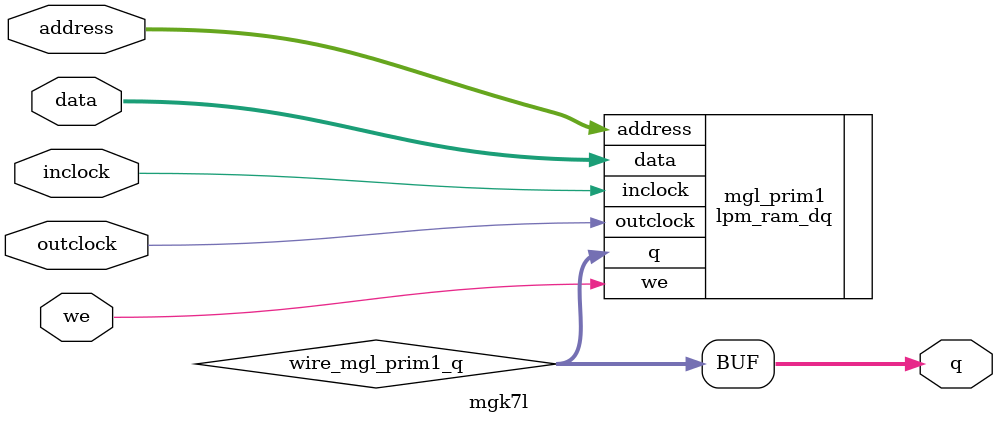
<source format=v>






//synthesis_resources = lpm_ram_dq 1 
//synopsys translate_off
`timescale 1 ps / 1 ps
//synopsys translate_on
module  mgk7l
	( 
	address,
	data,
	inclock,
	outclock,
	q,
	we) /* synthesis synthesis_clearbox=1 */;
	input   [7:0]  address;
	input   [7:0]  data;
	input   inclock;
	input   outclock;
	output   [7:0]  q;
	input   we;

	wire  [7:0]   wire_mgl_prim1_q;

	lpm_ram_dq   mgl_prim1
	( 
	.address(address),
	.data(data),
	.inclock(inclock),
	.outclock(outclock),
	.q(wire_mgl_prim1_q),
	.we(we));
	defparam
		mgl_prim1.intended_device_family = "MAX7000S",
		mgl_prim1.lpm_address_control = "REGISTERED",
		mgl_prim1.lpm_indata = "REGISTERED",
		mgl_prim1.lpm_outdata = "REGISTERED",
		mgl_prim1.lpm_width = 8,
		mgl_prim1.lpm_widthad = 8,
		mgl_prim1.use_eab = "OFF";
	assign
		q = wire_mgl_prim1_q;
endmodule //mgk7l
//VALID FILE

</source>
